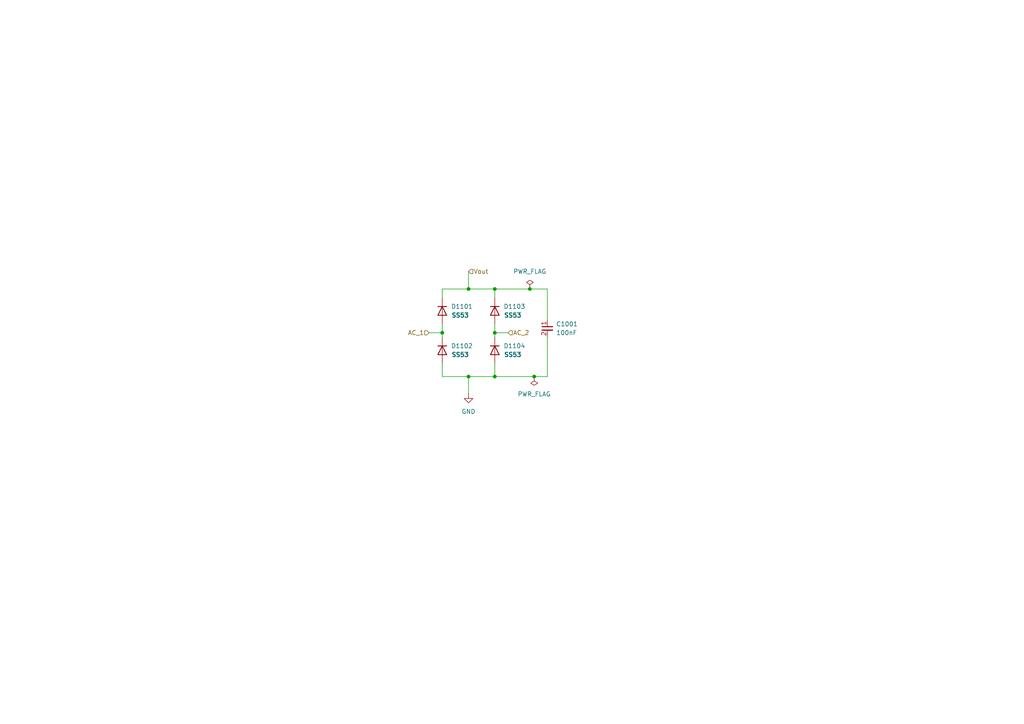
<source format=kicad_sch>
(kicad_sch (version 20231120) (generator "eeschema") (generator_version "8.0")
  (paper "A4")
  (lib_symbols
    (symbol "capacitor_miscellaneous:C_0603_100nF"
      (property "Reference" "C" (at 1.27 2.54 0))
      (property "Value" "100nF" (at 3.81 -2.54 0))
      (symbol "C_0603_100nF_0_1"
        (polyline (pts (xy -1.524 -0.508) (xy 1.524 -0.508)) (stroke (width 0.3302)))
        (polyline (pts (xy -1.524 0.508) (xy 1.524 0.508)) (stroke (width 0.3048)))
      )
      (symbol "C_0603_100nF_1_1"
        (pin passive line (at 0 2.54 270) (length 2.032) (name "~") (number "1"))
        (pin passive line (at 0 -2.54 90) (length 2.032) (name "~") (number "2"))
      )
    )
    (symbol "custom_kicad_lib_sk:SS53" (pin_numbers hide) (pin_names (offset 1.016) hide)
      (property "Reference" "D" (at 0 2.54 0))
      (property "Value" "SS53" (at 0 -1.27 0))
      (symbol "SS53_0_1"
        (polyline (pts (xy -1.27 2.54) (xy -1.27 0)) (stroke (width 0.254)))
        (polyline (pts (xy 1.27 1.27) (xy -1.27 1.27)))
        (polyline (pts (xy 1.27 2.54) (xy 1.27 0) (xy -1.27 1.27) (xy 1.27 2.54)) (stroke (width 0.254)))
      )
      (symbol "SS53_1_1"
        (pin passive line (at -3.81 1.27 0) (length 2.54) (name "K") (number "1"))
        (pin passive line (at 3.81 1.27 180) (length 2.54) (name "A") (number "2"))
      )
    )
    (symbol "power:GND" (power) (pin_numbers hide) (pin_names (offset 0) hide)
      (property "Value" "GND" (at 0 -3.81 0))
      (symbol "GND_0_1"
        (polyline (pts (xy 0 0) (xy 0 -1.27) (xy 1.27 -1.27) (xy 0 -2.54) (xy -1.27 -1.27) (xy 0 -1.27)))
      )
      (symbol "GND_1_1"
        (pin power_in line (at 0 0 270) (length 0) (name "~") (number "1"))
      )
    )
    (symbol "power:PWR_FLAG" (power) (pin_numbers hide) (pin_names (offset 0) hide)
      (property "Value" "PWR_FLAG" (at 0 3.81 0))
      (symbol "PWR_FLAG_0_0"
        (pin power_out line (at 0 0 90) (length 0) (name "pwr") (number "1"))
      )
      (symbol "PWR_FLAG_0_1"
        (polyline (pts (xy 0 0) (xy 0 1.27) (xy -1.016 1.905) (xy 0 2.54) (xy 1.016 1.905) (xy 0 1.27)))
      )
    )
  )
  (junction (at 153.67 83.82))
  (junction (at 154.94 109.22))
  (junction (at 135.89 109.22))
  (junction (at 143.51 109.22))
  (junction (at 128.27 96.52))
  (junction (at 143.51 96.52))
  (junction (at 143.51 83.82))
  (junction (at 135.89 83.82))
  (wire (pts (xy 143.51 83.82) (xy 143.51 86.36)))
  (wire (pts (xy 124.46 96.52) (xy 128.27 96.52)))
  (wire (pts (xy 128.27 86.36) (xy 128.27 83.82)))
  (wire (pts (xy 143.51 109.22) (xy 135.89 109.22)))
  (wire (pts (xy 154.94 109.22) (xy 158.75 109.22)))
  (wire (pts (xy 128.27 96.52) (xy 128.27 97.79)))
  (wire (pts (xy 128.27 109.22) (xy 128.27 105.41)))
  (wire (pts (xy 135.89 109.22) (xy 135.89 114.3)))
  (wire (pts (xy 147.32 96.52) (xy 143.51 96.52)))
  (wire (pts (xy 128.27 83.82) (xy 135.89 83.82)))
  (wire (pts (xy 158.75 83.82) (xy 153.67 83.82)))
  (wire (pts (xy 135.89 78.74) (xy 135.89 83.82)))
  (wire (pts (xy 158.75 92.71) (xy 158.75 83.82)))
  (wire (pts (xy 153.67 83.82) (xy 143.51 83.82)))
  (wire (pts (xy 143.51 93.98) (xy 143.51 96.52)))
  (wire (pts (xy 135.89 83.82) (xy 143.51 83.82)))
  (wire (pts (xy 158.75 109.22) (xy 158.75 97.79)))
  (wire (pts (xy 143.51 105.41) (xy 143.51 109.22)))
  (wire (pts (xy 143.51 96.52) (xy 143.51 97.79)))
  (wire (pts (xy 143.51 109.22) (xy 154.94 109.22)))
  (wire (pts (xy 135.89 109.22) (xy 128.27 109.22)))
  (wire (pts (xy 128.27 93.98) (xy 128.27 96.52)))
  (hierarchical_label "Vout" (shape input) (at 135.89 78.74 0))
  (hierarchical_label "AC_2" (shape input) (at 147.32 96.52 0))
  (hierarchical_label "AC_1" (shape input) (at 124.46 96.52 180))
  (symbol (lib_id "custom_kicad_lib_sk:SS53") (at 142.24 90.17 270) (unit 1)
    (property "Reference" "D1103" (at 146.05 88.9 90) (effects (justify left)))
    (property "Value" "SS53" (at 146.05 91.44 90) (effects (font (bold yes)) (justify left)))
    (property "Footprint" "Diode_SMD:D_SMA" (effects (hide yes)))
    (property "Sim.Device" "D" (effects (hide yes)))
    (property "Sim.Pins" "1=K 2=A" (effects (hide yes)))
    (property "JLCPCB Part#" "C8678" (effects (hide yes)))
  )
  (symbol (lib_id "custom_kicad_lib_sk:SS53") (at 127 90.17 270) (unit 1)
    (property "Reference" "D1101" (at 130.81 88.9 90) (effects (justify left)))
    (property "Value" "SS53" (at 130.81 91.44 90) (effects (font (bold yes)) (justify left)))
    (property "Footprint" "Diode_SMD:D_SMA" (effects (hide yes)))
    (property "Sim.Device" "D" (effects (hide yes)))
    (property "Sim.Pins" "1=K 2=A" (effects (hide yes)))
    (property "JLCPCB Part#" "C8678" (effects (hide yes)))
  )
  (symbol (lib_id "power:GND") (at 135.89 114.3 0) (unit 1)
    (property "Reference" "#PWR023" (effects (hide yes)))
    (property "Value" "GND" (at 135.89 119.38 0))
    (property "Description" "Power symbol creates a global label with name \"GND\" , ground" (effects (hide yes)))
  )
  (symbol (lib_id "custom_kicad_lib_sk:SS53") (at 142.24 101.6 270) (unit 1)
    (property "Reference" "D1104" (at 146.05 100.33 90) (effects (justify left)))
    (property "Value" "SS53" (at 146.05 102.87 90) (effects (font (bold yes)) (justify left)))
    (property "Footprint" "Diode_SMD:D_SMA" (effects (hide yes)))
    (property "Sim.Device" "D" (effects (hide yes)))
    (property "Sim.Pins" "1=K 2=A" (effects (hide yes)))
    (property "JLCPCB Part#" "C8678" (effects (hide yes)))
  )
  (symbol (lib_id "capacitor_miscellaneous:C_0603_100nF") (at 158.75 95.25 0) (unit 1)
    (property "Reference" "C1001" (at 161.29 93.9862 0) (effects (justify left)))
    (property "Value" "100nF" (at 161.29 96.5262 0) (effects (justify left)))
    (property "Footprint" "Capacitor_SMD:C_0603_1608Metric" (effects (hide yes)))
    (property "JLCPCB Part#" "C14663" (effects (hide yes)))
  )
  (symbol (lib_id "power:PWR_FLAG") (at 153.67 83.82 0) (unit 1)
    (property "Reference" "#FLG01101" (effects (hide yes)))
    (property "Value" "PWR_FLAG" (at 153.67 78.74 0))
  )
  (symbol (lib_id "custom_kicad_lib_sk:SS53") (at 127 101.6 270) (unit 1)
    (property "Reference" "D1102" (at 130.81 100.33 90) (effects (justify left)))
    (property "Value" "SS53" (at 130.81 102.87 90) (effects (font (bold yes)) (justify left)))
    (property "Footprint" "Diode_SMD:D_SMA" (effects (hide yes)))
    (property "Sim.Device" "D" (effects (hide yes)))
    (property "Sim.Pins" "1=K 2=A" (effects (hide yes)))
    (property "JLCPCB Part#" "C8678" (effects (hide yes)))
  )
  (symbol (lib_id "power:PWR_FLAG") (at 154.94 109.22 180) (unit 1)
    (property "Reference" "#FLG01102" (effects (hide yes)))
    (property "Value" "PWR_FLAG" (at 154.94 114.3 0))
  )
)
</source>
